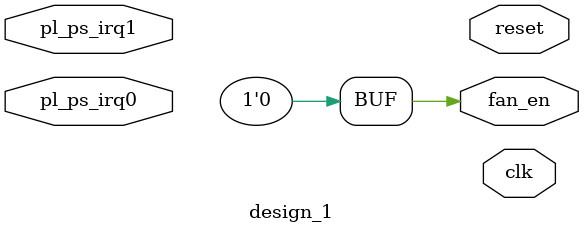
<source format=v>

`timescale 1 ns / 1 ps

module design_1
    (
        fan_en      ,
        reset       ,
        clk         ,
        pl_ps_irq0  ,
        pl_ps_irq1
    );

    output          fan_en      ;
    output          reset       ;
    output          clk         ;
    input   [7:0]   pl_ps_irq0  ;
    input   [7:0]   pl_ps_irq1  ;

    wire            fan_en      ;
    wire            reset_n     ;
    wire            clk         ;
    wire    [7:0]   pl_ps_irq0  ;
    wire    [7:0]   pl_ps_irq1  ;

    assign fan_en  = 1'b0  ;

endmodule

</source>
